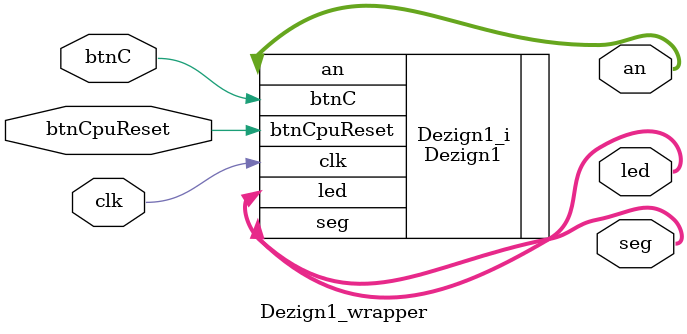
<source format=v>
`timescale 1 ps / 1 ps

module Dezign1_wrapper
   (an,
    btnC,
    btnCpuReset,
    clk,
    led,
    seg);
  output [7:0]an;
  input btnC;
  input btnCpuReset;
  input clk;
  output [15:0]led;
  output [6:0]seg;

  wire [7:0]an;
  wire btnC;
  wire btnCpuReset;
  wire clk;
  wire [15:0]led;
  wire [6:0]seg;

  Dezign1 Dezign1_i
       (.an(an),
        .btnC(btnC),
        .btnCpuReset(btnCpuReset),
        .clk(clk),
        .led(led),
        .seg(seg));
endmodule

</source>
